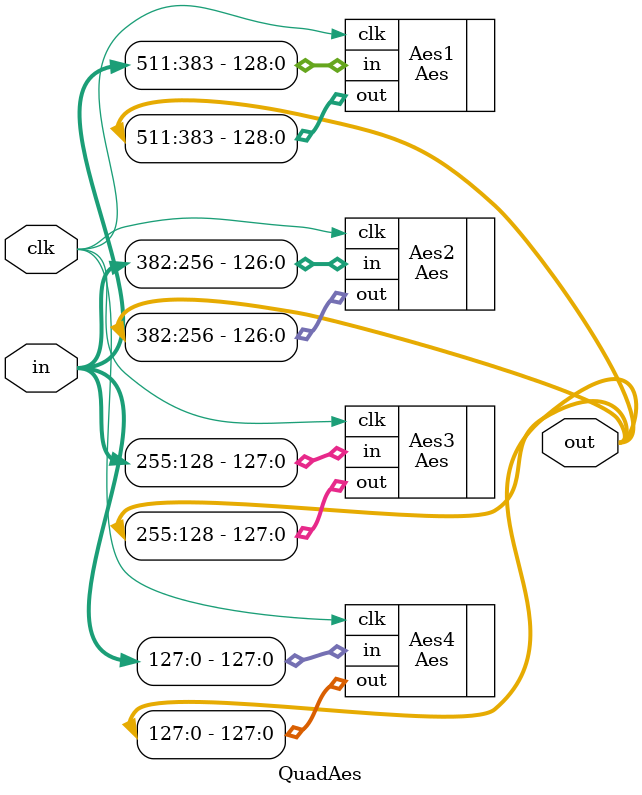
<source format=sv>
module Haraka_S_Core (in, sel, clk, out);
	input [511:0] in;
	input sel, clk;
	output logic [511:0] out;
	logic [511:0] mux_out, quad_aes1_out, quad_aes2_out, mix_out, feedback;

	Mux512 Mux (.a(in), .b(feedback), .sel(sel), .out(mux_out));
	QuadAes QuadAes1 (.in(mux_out), .clk(clk), .out(quad_aes1_out));
	QuadAes QuadAes2 (.in(quad_aes1_out), .clk(clk), .out(quad_aes2_out));
	Mix512 Mix (.in(quad_aes2_out), .out(mix_out));
	Demux512 Demux (.in(mix_out), .sel(sel), .a(out), .b(feedback));

endmodule


module Mux512 (a, b, sel, out);
	input [511:0] a, b;
	input sel;
	output [511:0] out;

always_comb begin
		out = sel ? b : a;
	end
endmodule


module QuadAes (in, clk, out);
	input [511:0] in;
	input clk;
	output [511:0] out;
	wire [127:0] aes1_in, aes2_in, aes3_in, aes4_in;

	Aes Aes1 (.in(in [511:383]), .clk(clk), .out(out [511:383]));
	Aes Aes2 (.in(in [382:256]), .clk(clk), .out(out [382:256]));
	Aes Aes3 (.in(in [255:128]), .clk(clk), .out(out [255:128]));
	Aes Aes4 (.in(in [127:0]), .clk(clk), .out(out [127:0]));

endmodule

</source>
